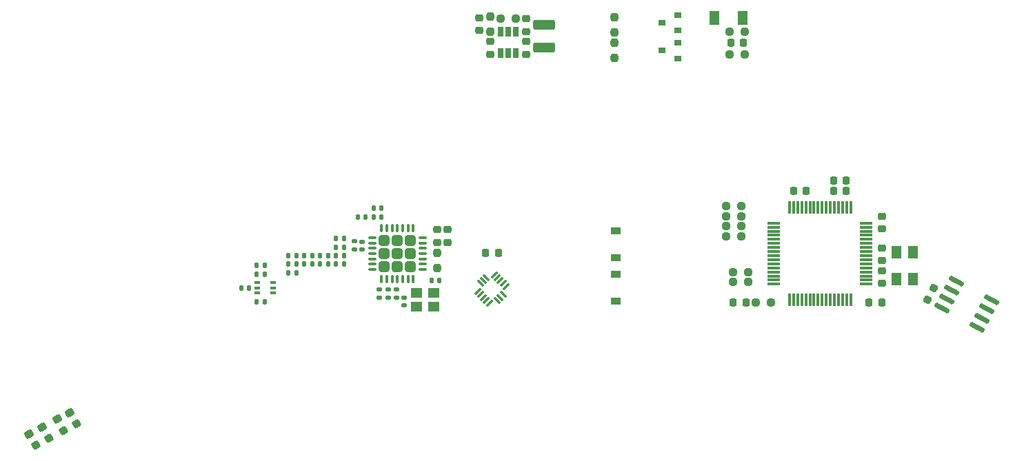
<source format=gtp>
G04 #@! TF.GenerationSoftware,KiCad,Pcbnew,(6.0.0)*
G04 #@! TF.CreationDate,2022-01-13T00:17:18-05:00*
G04 #@! TF.ProjectId,TGD,5447442e-6b69-4636-9164-5f7063625858,rev?*
G04 #@! TF.SameCoordinates,Original*
G04 #@! TF.FileFunction,Paste,Top*
G04 #@! TF.FilePolarity,Positive*
%FSLAX46Y46*%
G04 Gerber Fmt 4.6, Leading zero omitted, Abs format (unit mm)*
G04 Created by KiCad (PCBNEW (6.0.0)) date 2022-01-13 00:17:18*
%MOMM*%
%LPD*%
G01*
G04 APERTURE LIST*
G04 Aperture macros list*
%AMRoundRect*
0 Rectangle with rounded corners*
0 $1 Rounding radius*
0 $2 $3 $4 $5 $6 $7 $8 $9 X,Y pos of 4 corners*
0 Add a 4 corners polygon primitive as box body*
4,1,4,$2,$3,$4,$5,$6,$7,$8,$9,$2,$3,0*
0 Add four circle primitives for the rounded corners*
1,1,$1+$1,$2,$3*
1,1,$1+$1,$4,$5*
1,1,$1+$1,$6,$7*
1,1,$1+$1,$8,$9*
0 Add four rect primitives between the rounded corners*
20,1,$1+$1,$2,$3,$4,$5,0*
20,1,$1+$1,$4,$5,$6,$7,0*
20,1,$1+$1,$6,$7,$8,$9,0*
20,1,$1+$1,$8,$9,$2,$3,0*%
%AMRotRect*
0 Rectangle, with rotation*
0 The origin of the aperture is its center*
0 $1 length*
0 $2 width*
0 $3 Rotation angle, in degrees counterclockwise*
0 Add horizontal line*
21,1,$1,$2,0,0,$3*%
G04 Aperture macros list end*
%ADD10RoundRect,0.225000X0.225000X0.250000X-0.225000X0.250000X-0.225000X-0.250000X0.225000X-0.250000X0*%
%ADD11RoundRect,0.225000X0.250000X-0.225000X0.250000X0.225000X-0.250000X0.225000X-0.250000X-0.225000X0*%
%ADD12RoundRect,0.225000X-0.250000X0.225000X-0.250000X-0.225000X0.250000X-0.225000X0.250000X0.225000X0*%
%ADD13RoundRect,0.140000X0.140000X0.170000X-0.140000X0.170000X-0.140000X-0.170000X0.140000X-0.170000X0*%
%ADD14RoundRect,0.140000X0.170000X-0.140000X0.170000X0.140000X-0.170000X0.140000X-0.170000X-0.140000X0*%
%ADD15RoundRect,0.140000X-0.170000X0.140000X-0.170000X-0.140000X0.170000X-0.140000X0.170000X0.140000X0*%
%ADD16RoundRect,0.250000X1.075000X-0.375000X1.075000X0.375000X-1.075000X0.375000X-1.075000X-0.375000X0*%
%ADD17R,0.900000X0.800000*%
%ADD18RoundRect,0.237500X-0.250000X-0.237500X0.250000X-0.237500X0.250000X0.237500X-0.250000X0.237500X0*%
%ADD19RoundRect,0.237500X0.250000X0.237500X-0.250000X0.237500X-0.250000X-0.237500X0.250000X-0.237500X0*%
%ADD20RoundRect,0.237500X-0.237500X0.250000X-0.237500X-0.250000X0.237500X-0.250000X0.237500X0.250000X0*%
%ADD21R,0.650000X1.220000*%
%ADD22RotRect,1.000000X0.300000X45.000000*%
%ADD23RotRect,0.300000X1.000000X45.000000*%
%ADD24RoundRect,0.249999X0.395001X-0.395001X0.395001X0.395001X-0.395001X0.395001X-0.395001X-0.395001X0*%
%ADD25RoundRect,0.075000X0.075000X-0.425000X0.075000X0.425000X-0.075000X0.425000X-0.075000X-0.425000X0*%
%ADD26RoundRect,0.075000X0.425000X-0.075000X0.425000X0.075000X-0.425000X0.075000X-0.425000X-0.075000X0*%
%ADD27R,1.400000X1.200000*%
%ADD28RoundRect,0.140000X-0.140000X-0.170000X0.140000X-0.170000X0.140000X0.170000X-0.140000X0.170000X0*%
%ADD29R,1.300000X1.600000*%
%ADD30RoundRect,0.147500X0.147500X0.172500X-0.147500X0.172500X-0.147500X-0.172500X0.147500X-0.172500X0*%
%ADD31RoundRect,0.237500X0.107809X0.327541X-0.332636X0.090882X-0.107809X-0.327541X0.332636X-0.090882X0*%
%ADD32R,1.200000X0.900000*%
%ADD33RoundRect,0.150000X-0.797733X0.258355X0.655737X-0.522622X0.797733X-0.258355X-0.655737X0.522622X0*%
%ADD34R,0.650000X0.400000*%
%ADD35RoundRect,0.225000X-0.113726X0.316530X-0.326720X-0.079870X0.113726X-0.316530X0.326720X0.079870X0*%
%ADD36RoundRect,0.225000X-0.225000X-0.250000X0.225000X-0.250000X0.225000X0.250000X-0.225000X0.250000X0*%
%ADD37R,1.300000X1.700000*%
%ADD38RoundRect,0.147500X-0.147500X-0.172500X0.147500X-0.172500X0.147500X0.172500X-0.147500X0.172500X0*%
%ADD39RoundRect,0.237500X0.140843X0.345291X-0.365670X0.073132X-0.140843X-0.345291X0.365670X-0.073132X0*%
%ADD40RoundRect,0.135000X-0.135000X-0.185000X0.135000X-0.185000X0.135000X0.185000X-0.135000X0.185000X0*%
%ADD41RoundRect,0.075000X0.700000X0.075000X-0.700000X0.075000X-0.700000X-0.075000X0.700000X-0.075000X0*%
%ADD42RoundRect,0.075000X0.075000X0.700000X-0.075000X0.700000X-0.075000X-0.700000X0.075000X-0.700000X0*%
G04 APERTURE END LIST*
D10*
X15875000Y-4750000D03*
X14325000Y-4750000D03*
D11*
X-15212500Y-6150000D03*
X-15212500Y-4600000D03*
D12*
X-10812500Y-4600000D03*
X-10812500Y-6150000D03*
D11*
X-16575000Y-3237500D03*
X-16575000Y-1687500D03*
D12*
X-10812500Y-1800000D03*
X-10812500Y-3350000D03*
D13*
X-21464000Y-33908000D03*
X-22424000Y-33908000D03*
D14*
X-25744000Y-37032000D03*
X-25744000Y-36072000D03*
D15*
X-26739500Y-35079000D03*
X-26739500Y-36039000D03*
X-27755500Y-35079000D03*
X-27755500Y-36039000D03*
X-28835000Y-35079000D03*
X-28835000Y-36039000D03*
D14*
X-30950000Y-30130000D03*
X-30950000Y-29170000D03*
X-31890000Y-30120000D03*
X-31890000Y-29160000D03*
D16*
X-8606000Y-5371000D03*
X-8606000Y-2571000D03*
D17*
X7850000Y-3250000D03*
X7850000Y-1350000D03*
X5850000Y-2300000D03*
X7850000Y-6650000D03*
X7850000Y-4750000D03*
X5850000Y-5700000D03*
D18*
X14187500Y-6150000D03*
X16012500Y-6150000D03*
D19*
X16012500Y-3350000D03*
X14187500Y-3350000D03*
X15612500Y-28550000D03*
X13787500Y-28550000D03*
X15612500Y-24800000D03*
X13787500Y-24800000D03*
D20*
X0Y-1637500D03*
X0Y-3462500D03*
X0Y-4737500D03*
X0Y-6562500D03*
D19*
X-12100000Y-1775000D03*
X-13925000Y-1775000D03*
D20*
X-15212500Y-1562500D03*
X-15212500Y-3387500D03*
X-21723000Y-30582500D03*
X-21723000Y-32407500D03*
D21*
X-12062500Y-3365000D03*
X-13012500Y-3365000D03*
X-13962500Y-3365000D03*
X-13962500Y-5985000D03*
X-13012500Y-5985000D03*
X-12062500Y-5985000D03*
D22*
X-16732412Y-35318198D03*
X-16378858Y-35671751D03*
X-16025305Y-36025305D03*
X-15671751Y-36378858D03*
X-15318198Y-36732412D03*
D23*
X-14328249Y-36378858D03*
X-13974695Y-36025305D03*
X-13621142Y-35671751D03*
D22*
X-13267588Y-34681802D03*
X-13621142Y-34328249D03*
X-13974695Y-33974695D03*
X-14328249Y-33621142D03*
X-14681802Y-33267588D03*
D23*
X-15671751Y-33621142D03*
X-16025305Y-33974695D03*
X-16378858Y-34328249D03*
D24*
X-26600000Y-29050000D03*
X-28200000Y-32250000D03*
X-26600000Y-32250000D03*
X-28200000Y-30650000D03*
X-25000000Y-29050000D03*
X-25000000Y-32250000D03*
X-25000000Y-30650000D03*
X-26600000Y-30650000D03*
X-28200000Y-29050000D03*
D25*
X-28550000Y-33750000D03*
X-27900000Y-33750000D03*
X-27250000Y-33750000D03*
X-26600000Y-33750000D03*
X-25950000Y-33750000D03*
X-25300000Y-33750000D03*
X-24650000Y-33750000D03*
D26*
X-23500000Y-32600000D03*
X-23500000Y-31950000D03*
X-23500000Y-31300000D03*
X-23500000Y-30650000D03*
X-23500000Y-30000000D03*
X-23500000Y-29350000D03*
X-23500000Y-28700000D03*
D25*
X-24650000Y-27550000D03*
X-25300000Y-27550000D03*
X-25950000Y-27550000D03*
X-26600000Y-27550000D03*
X-27250000Y-27550000D03*
X-27900000Y-27550000D03*
X-28550000Y-27550000D03*
D26*
X-29700000Y-28700000D03*
X-29700000Y-29350000D03*
X-29700000Y-30000000D03*
X-29700000Y-30650000D03*
X-29700000Y-31300000D03*
X-29700000Y-31950000D03*
X-29700000Y-32600000D03*
D27*
X-22100000Y-35500000D03*
X-24300000Y-35500000D03*
X-24300000Y-37200000D03*
X-22100000Y-37200000D03*
D18*
X17437500Y-36650000D03*
X19262500Y-36650000D03*
D11*
X-21750000Y-29275000D03*
X-21750000Y-27725000D03*
D28*
X-38030000Y-30900000D03*
X-37070000Y-30900000D03*
D29*
X36700000Y-33800000D03*
X36700000Y-30500000D03*
X34700000Y-30500000D03*
X34700000Y-33800000D03*
D13*
X-35120000Y-30900000D03*
X-36080000Y-30900000D03*
X-42920000Y-33150000D03*
X-43880000Y-33150000D03*
D11*
X32900000Y-34325000D03*
X32900000Y-32775000D03*
D30*
X-37065000Y-31950000D03*
X-38035000Y-31950000D03*
D31*
X-69425408Y-53353941D03*
X-71033034Y-54217749D03*
D32*
X250000Y-31150000D03*
X250000Y-27850000D03*
D11*
X32900000Y-27625000D03*
X32900000Y-26075000D03*
D12*
X32900000Y-29975000D03*
X32900000Y-31525000D03*
D13*
X-42920000Y-36550000D03*
X-43880000Y-36550000D03*
D30*
X-28565000Y-26150000D03*
X-29535000Y-26150000D03*
D33*
X42021469Y-34000437D03*
X41420353Y-35119168D03*
X40819237Y-36237899D03*
X40218121Y-37356631D03*
X44578531Y-39699563D03*
X45179647Y-38580832D03*
X45780763Y-37462101D03*
X46381879Y-36343369D03*
D13*
X-35120000Y-31950000D03*
X-36080000Y-31950000D03*
D34*
X-41900000Y-35500000D03*
X-41900000Y-34850000D03*
X-41900000Y-34200000D03*
X-43800000Y-34200000D03*
X-43800000Y-34850000D03*
X-43800000Y-35500000D03*
D35*
X39216823Y-34917310D03*
X38483177Y-36282690D03*
D32*
X250000Y-33150000D03*
X250000Y-36450000D03*
D36*
X26975000Y-21650000D03*
X28525000Y-21650000D03*
D19*
X15612500Y-26050000D03*
X13787500Y-26050000D03*
D37*
X15800000Y-1700000D03*
X12300000Y-1700000D03*
D38*
X-34155000Y-30900000D03*
X-33185000Y-30900000D03*
D18*
X14637500Y-32900000D03*
X16462500Y-32900000D03*
D10*
X32875000Y-36650000D03*
X31325000Y-36650000D03*
D19*
X16462500Y-34100000D03*
X14637500Y-34100000D03*
D13*
X-39020000Y-33000000D03*
X-39980000Y-33000000D03*
D39*
X-70258442Y-51971690D03*
X-71800000Y-52800000D03*
D28*
X-39980000Y-30900000D03*
X-39020000Y-30900000D03*
D36*
X14625000Y-36650000D03*
X16175000Y-36650000D03*
D19*
X15612500Y-27300000D03*
X13787500Y-27300000D03*
D31*
X-66025408Y-51553941D03*
X-67633034Y-52417749D03*
D40*
X-43910000Y-32100000D03*
X-42890000Y-32100000D03*
D28*
X-29530000Y-25100000D03*
X-28570000Y-25100000D03*
D30*
X-33165000Y-31950000D03*
X-34135000Y-31950000D03*
D13*
X-33170000Y-29850000D03*
X-34130000Y-29850000D03*
D36*
X26975000Y-22950000D03*
X28525000Y-22950000D03*
D13*
X-33170000Y-28800000D03*
X-34130000Y-28800000D03*
D41*
X30975000Y-34400000D03*
X30975000Y-33900000D03*
X30975000Y-33400000D03*
X30975000Y-32900000D03*
X30975000Y-32400000D03*
X30975000Y-31900000D03*
X30975000Y-31400000D03*
X30975000Y-30900000D03*
X30975000Y-30400000D03*
X30975000Y-29900000D03*
X30975000Y-29400000D03*
X30975000Y-28900000D03*
X30975000Y-28400000D03*
X30975000Y-27900000D03*
X30975000Y-27400000D03*
X30975000Y-26900000D03*
D42*
X29050000Y-24975000D03*
X28550000Y-24975000D03*
X28050000Y-24975000D03*
X27550000Y-24975000D03*
X27050000Y-24975000D03*
X26550000Y-24975000D03*
X26050000Y-24975000D03*
X25550000Y-24975000D03*
X25050000Y-24975000D03*
X24550000Y-24975000D03*
X24050000Y-24975000D03*
X23550000Y-24975000D03*
X23050000Y-24975000D03*
X22550000Y-24975000D03*
X22050000Y-24975000D03*
X21550000Y-24975000D03*
D41*
X19625000Y-26900000D03*
X19625000Y-27400000D03*
X19625000Y-27900000D03*
X19625000Y-28400000D03*
X19625000Y-28900000D03*
X19625000Y-29400000D03*
X19625000Y-29900000D03*
X19625000Y-30400000D03*
X19625000Y-30900000D03*
X19625000Y-31400000D03*
X19625000Y-31900000D03*
X19625000Y-32400000D03*
X19625000Y-32900000D03*
X19625000Y-33400000D03*
X19625000Y-33900000D03*
X19625000Y-34400000D03*
D42*
X21550000Y-36325000D03*
X22050000Y-36325000D03*
X22550000Y-36325000D03*
X23050000Y-36325000D03*
X23550000Y-36325000D03*
X24050000Y-36325000D03*
X24550000Y-36325000D03*
X25050000Y-36325000D03*
X25550000Y-36325000D03*
X26050000Y-36325000D03*
X26550000Y-36325000D03*
X27050000Y-36325000D03*
X27550000Y-36325000D03*
X28050000Y-36325000D03*
X28550000Y-36325000D03*
X29050000Y-36325000D03*
D36*
X22025000Y-22950000D03*
X23575000Y-22950000D03*
D39*
X-66858442Y-50171690D03*
X-68400000Y-51000000D03*
D36*
X-15775000Y-30550000D03*
X-14225000Y-30550000D03*
D30*
X-39020000Y-31950000D03*
X-39990000Y-31950000D03*
D28*
X-31480000Y-26150000D03*
X-30520000Y-26150000D03*
D13*
X-44820000Y-34850000D03*
X-45780000Y-34850000D03*
D11*
X-20450000Y-29275000D03*
X-20450000Y-27725000D03*
M02*

</source>
